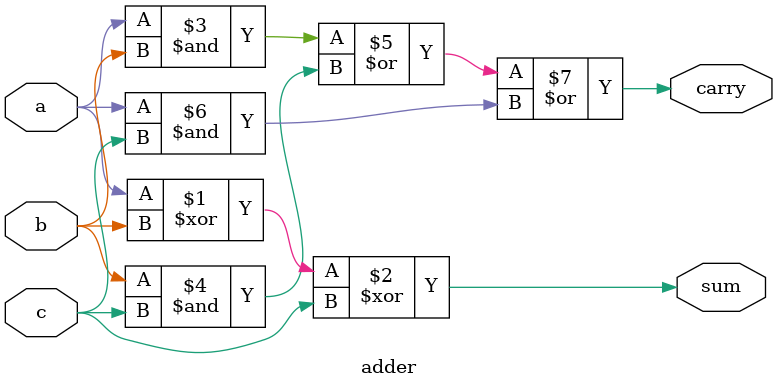
<source format=v>
module adder (
    input a,
    input b,
    input c,
    output sum,
    output carry
);

assign sum = a^b^c;
assign carry = a&b | b&c | a&c;
endmodule
</source>
